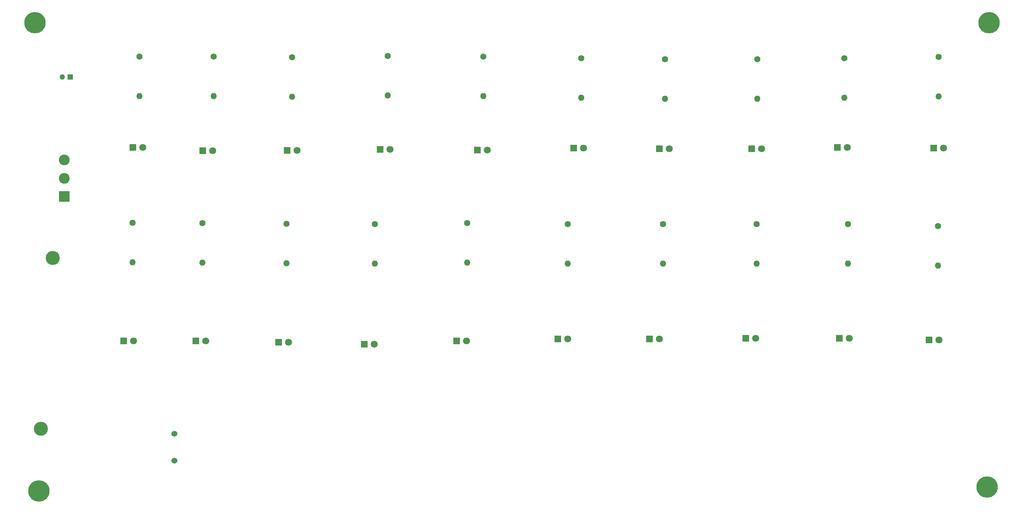
<source format=gbs>
G04 #@! TF.GenerationSoftware,KiCad,Pcbnew,8.0.1-rc1*
G04 #@! TF.CreationDate,2024-09-01T13:52:46-05:00*
G04 #@! TF.ProjectId,PauseSwitch,50617573-6553-4776-9974-63682e6b6963,rev?*
G04 #@! TF.SameCoordinates,Original*
G04 #@! TF.FileFunction,Soldermask,Bot*
G04 #@! TF.FilePolarity,Negative*
%FSLAX46Y46*%
G04 Gerber Fmt 4.6, Leading zero omitted, Abs format (unit mm)*
G04 Created by KiCad (PCBNEW 8.0.1-rc1) date 2024-09-01 13:52:46*
%MOMM*%
%LPD*%
G01*
G04 APERTURE LIST*
%ADD10C,1.600000*%
%ADD11O,1.600000X1.600000*%
%ADD12C,1.524000*%
%ADD13C,5.500000*%
%ADD14R,1.800000X1.800000*%
%ADD15C,1.800000*%
%ADD16R,2.775000X2.775000*%
%ADD17C,2.775000*%
%ADD18C,3.600000*%
%ADD19R,1.350000X1.350000*%
%ADD20O,1.350000X1.350000*%
G04 APERTURE END LIST*
D10*
X135500000Y-78080000D03*
D11*
X135500000Y-88240000D03*
D12*
X60313500Y-139200000D03*
X60313500Y-132200000D03*
D13*
X25500000Y-147000000D03*
D10*
X233290000Y-78325000D03*
D11*
X233290000Y-88485000D03*
D10*
X256330000Y-78825000D03*
D11*
X256330000Y-88985000D03*
D14*
X67580000Y-59420000D03*
D15*
X70120000Y-59420000D03*
D10*
X51330000Y-35245000D03*
D11*
X51330000Y-45405000D03*
D10*
X90500000Y-35420000D03*
D11*
X90500000Y-45580000D03*
D10*
X67500000Y-78080000D03*
D11*
X67500000Y-88240000D03*
D10*
X111790000Y-78325000D03*
D11*
X111790000Y-88485000D03*
D16*
X32000000Y-71200000D03*
D17*
X32000000Y-66500000D03*
X32000000Y-61800000D03*
D10*
X115080000Y-35070000D03*
D11*
X115080000Y-45230000D03*
D10*
X210000000Y-35920000D03*
D11*
X210000000Y-46080000D03*
D14*
X109040000Y-109230000D03*
D15*
X111580000Y-109230000D03*
D14*
X132750000Y-108405000D03*
D15*
X135290000Y-108405000D03*
D10*
X70370000Y-35245000D03*
D11*
X70370000Y-45405000D03*
D10*
X89080000Y-78230000D03*
D11*
X89080000Y-88390000D03*
D10*
X161290000Y-78325000D03*
D11*
X161290000Y-88485000D03*
D14*
X158750000Y-107825000D03*
D15*
X161290000Y-107825000D03*
D14*
X255290000Y-58745000D03*
D15*
X257830000Y-58745000D03*
D18*
X29000000Y-87000000D03*
D14*
X254080000Y-108150000D03*
D15*
X256620000Y-108150000D03*
D14*
X49580000Y-58570000D03*
D15*
X52120000Y-58570000D03*
D14*
X162790000Y-58745000D03*
D15*
X165330000Y-58745000D03*
D10*
X164790000Y-35665000D03*
D11*
X164790000Y-45825000D03*
D14*
X184790000Y-58920000D03*
D15*
X187330000Y-58920000D03*
D14*
X207040000Y-107650000D03*
D15*
X209580000Y-107650000D03*
D14*
X89250000Y-59325000D03*
D15*
X91790000Y-59325000D03*
D14*
X113080000Y-59070000D03*
D15*
X115620000Y-59070000D03*
D14*
X65750000Y-108405000D03*
D15*
X68290000Y-108405000D03*
D14*
X230580000Y-58570000D03*
D15*
X233120000Y-58570000D03*
D10*
X139580000Y-35245000D03*
D11*
X139580000Y-45405000D03*
D13*
X24500000Y-26500000D03*
D14*
X231040000Y-107650000D03*
D15*
X233580000Y-107650000D03*
D10*
X232330000Y-35665000D03*
D11*
X232330000Y-45825000D03*
D10*
X49500000Y-78000000D03*
D11*
X49500000Y-88160000D03*
D10*
X209790000Y-78325000D03*
D11*
X209790000Y-88485000D03*
D19*
X33500000Y-40500000D03*
D20*
X31500000Y-40500000D03*
D14*
X182250000Y-107825000D03*
D15*
X184790000Y-107825000D03*
D13*
X269500000Y-26500000D03*
D14*
X87040000Y-108730000D03*
D15*
X89580000Y-108730000D03*
D14*
X138080000Y-59245000D03*
D15*
X140620000Y-59245000D03*
D14*
X208500000Y-58920000D03*
D15*
X211040000Y-58920000D03*
D10*
X185790000Y-78325000D03*
D11*
X185790000Y-88485000D03*
D13*
X269000000Y-146000000D03*
D14*
X47250000Y-108405000D03*
D15*
X49790000Y-108405000D03*
D10*
X186290000Y-35920000D03*
D11*
X186290000Y-46080000D03*
D10*
X256540000Y-35340000D03*
D11*
X256540000Y-45500000D03*
D18*
X26000000Y-131000000D03*
M02*

</source>
